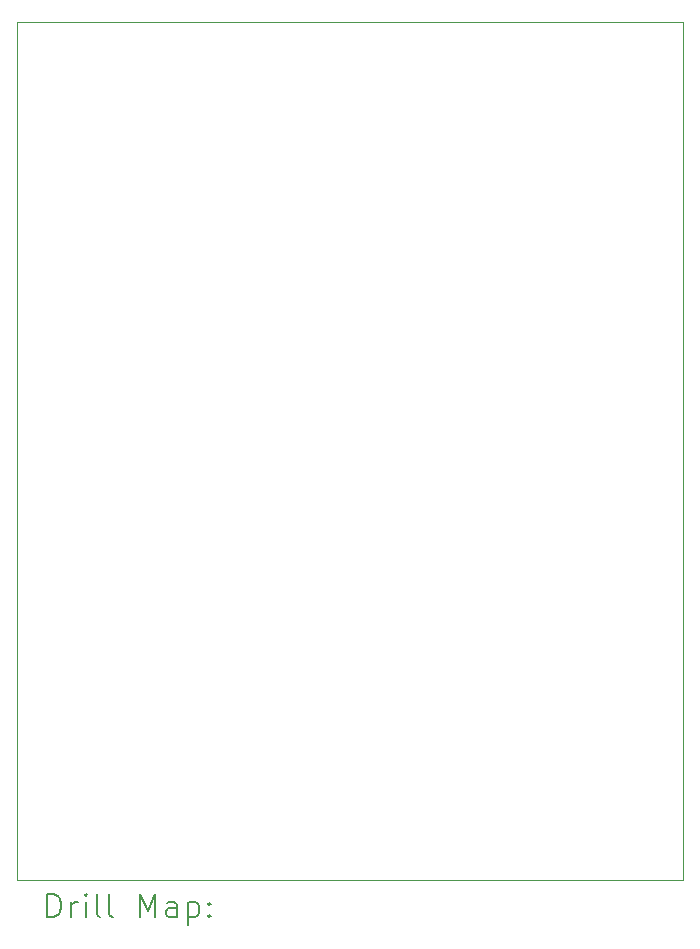
<source format=gbr>
%TF.GenerationSoftware,KiCad,Pcbnew,9.0.1*%
%TF.CreationDate,2025-07-29T22:47:00+03:00*%
%TF.ProjectId,Ras pi hat,52617320-7069-4206-9861-742e6b696361,rev?*%
%TF.SameCoordinates,Original*%
%TF.FileFunction,Drillmap*%
%TF.FilePolarity,Positive*%
%FSLAX45Y45*%
G04 Gerber Fmt 4.5, Leading zero omitted, Abs format (unit mm)*
G04 Created by KiCad (PCBNEW 9.0.1) date 2025-07-29 22:47:00*
%MOMM*%
%LPD*%
G01*
G04 APERTURE LIST*
%ADD10C,0.050000*%
%ADD11C,0.200000*%
G04 APERTURE END LIST*
D10*
X15290800Y-4800600D02*
X20929600Y-4800600D01*
X20929600Y-12065000D01*
X15290800Y-12065000D01*
X15290800Y-4800600D01*
D11*
X15549077Y-12378984D02*
X15549077Y-12178984D01*
X15549077Y-12178984D02*
X15596696Y-12178984D01*
X15596696Y-12178984D02*
X15625267Y-12188508D01*
X15625267Y-12188508D02*
X15644315Y-12207555D01*
X15644315Y-12207555D02*
X15653839Y-12226603D01*
X15653839Y-12226603D02*
X15663362Y-12264698D01*
X15663362Y-12264698D02*
X15663362Y-12293269D01*
X15663362Y-12293269D02*
X15653839Y-12331365D01*
X15653839Y-12331365D02*
X15644315Y-12350412D01*
X15644315Y-12350412D02*
X15625267Y-12369460D01*
X15625267Y-12369460D02*
X15596696Y-12378984D01*
X15596696Y-12378984D02*
X15549077Y-12378984D01*
X15749077Y-12378984D02*
X15749077Y-12245650D01*
X15749077Y-12283746D02*
X15758601Y-12264698D01*
X15758601Y-12264698D02*
X15768124Y-12255174D01*
X15768124Y-12255174D02*
X15787172Y-12245650D01*
X15787172Y-12245650D02*
X15806220Y-12245650D01*
X15872886Y-12378984D02*
X15872886Y-12245650D01*
X15872886Y-12178984D02*
X15863362Y-12188508D01*
X15863362Y-12188508D02*
X15872886Y-12198031D01*
X15872886Y-12198031D02*
X15882410Y-12188508D01*
X15882410Y-12188508D02*
X15872886Y-12178984D01*
X15872886Y-12178984D02*
X15872886Y-12198031D01*
X15996696Y-12378984D02*
X15977648Y-12369460D01*
X15977648Y-12369460D02*
X15968124Y-12350412D01*
X15968124Y-12350412D02*
X15968124Y-12178984D01*
X16101458Y-12378984D02*
X16082410Y-12369460D01*
X16082410Y-12369460D02*
X16072886Y-12350412D01*
X16072886Y-12350412D02*
X16072886Y-12178984D01*
X16330029Y-12378984D02*
X16330029Y-12178984D01*
X16330029Y-12178984D02*
X16396696Y-12321841D01*
X16396696Y-12321841D02*
X16463362Y-12178984D01*
X16463362Y-12178984D02*
X16463362Y-12378984D01*
X16644315Y-12378984D02*
X16644315Y-12274222D01*
X16644315Y-12274222D02*
X16634791Y-12255174D01*
X16634791Y-12255174D02*
X16615743Y-12245650D01*
X16615743Y-12245650D02*
X16577648Y-12245650D01*
X16577648Y-12245650D02*
X16558601Y-12255174D01*
X16644315Y-12369460D02*
X16625267Y-12378984D01*
X16625267Y-12378984D02*
X16577648Y-12378984D01*
X16577648Y-12378984D02*
X16558601Y-12369460D01*
X16558601Y-12369460D02*
X16549077Y-12350412D01*
X16549077Y-12350412D02*
X16549077Y-12331365D01*
X16549077Y-12331365D02*
X16558601Y-12312317D01*
X16558601Y-12312317D02*
X16577648Y-12302793D01*
X16577648Y-12302793D02*
X16625267Y-12302793D01*
X16625267Y-12302793D02*
X16644315Y-12293269D01*
X16739553Y-12245650D02*
X16739553Y-12445650D01*
X16739553Y-12255174D02*
X16758601Y-12245650D01*
X16758601Y-12245650D02*
X16796696Y-12245650D01*
X16796696Y-12245650D02*
X16815744Y-12255174D01*
X16815744Y-12255174D02*
X16825267Y-12264698D01*
X16825267Y-12264698D02*
X16834791Y-12283746D01*
X16834791Y-12283746D02*
X16834791Y-12340888D01*
X16834791Y-12340888D02*
X16825267Y-12359936D01*
X16825267Y-12359936D02*
X16815744Y-12369460D01*
X16815744Y-12369460D02*
X16796696Y-12378984D01*
X16796696Y-12378984D02*
X16758601Y-12378984D01*
X16758601Y-12378984D02*
X16739553Y-12369460D01*
X16920505Y-12359936D02*
X16930029Y-12369460D01*
X16930029Y-12369460D02*
X16920505Y-12378984D01*
X16920505Y-12378984D02*
X16910982Y-12369460D01*
X16910982Y-12369460D02*
X16920505Y-12359936D01*
X16920505Y-12359936D02*
X16920505Y-12378984D01*
X16920505Y-12255174D02*
X16930029Y-12264698D01*
X16930029Y-12264698D02*
X16920505Y-12274222D01*
X16920505Y-12274222D02*
X16910982Y-12264698D01*
X16910982Y-12264698D02*
X16920505Y-12255174D01*
X16920505Y-12255174D02*
X16920505Y-12274222D01*
M02*

</source>
